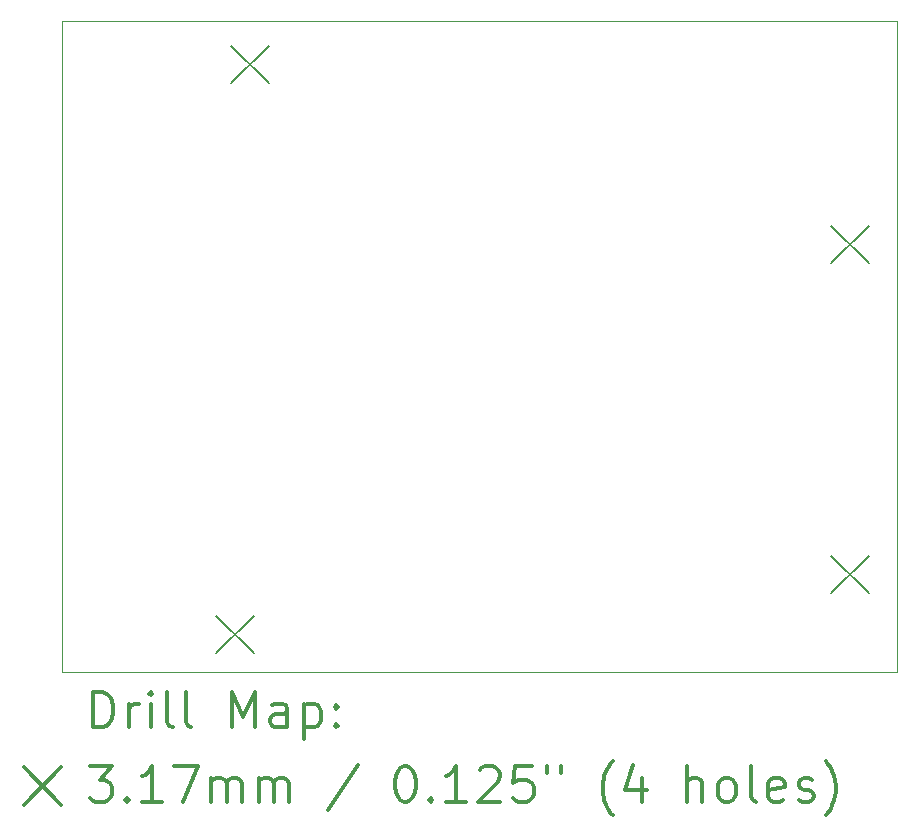
<source format=gbr>
%FSLAX45Y45*%
G04 Gerber Fmt 4.5, Leading zero omitted, Abs format (unit mm)*
G04 Created by KiCad (PCBNEW (2014-12-08 BZR 5317)-product) date mar. 23 déc. 2014 09:04:46 CET*
%MOMM*%
G01*
G04 APERTURE LIST*
%ADD10C,0.127000*%
%ADD11C,0.100000*%
%ADD12C,0.200000*%
%ADD13C,0.300000*%
G04 APERTURE END LIST*
D10*
D11*
X9544050Y-11277600D02*
X9544050Y-5765800D01*
X16617950Y-11277600D02*
X9544050Y-11277600D01*
X16617950Y-5765800D02*
X16617950Y-11277600D01*
X9544050Y-5765800D02*
X16617950Y-5765800D01*
X16601440Y-5765800D02*
X16602710Y-5765800D01*
D12*
X10852150Y-10801350D02*
X11169650Y-11118850D01*
X11169650Y-10801350D02*
X10852150Y-11118850D01*
X10979150Y-5975350D02*
X11296650Y-6292850D01*
X11296650Y-5975350D02*
X10979150Y-6292850D01*
X16059150Y-7499350D02*
X16376650Y-7816850D01*
X16376650Y-7499350D02*
X16059150Y-7816850D01*
X16059150Y-10293350D02*
X16376650Y-10610850D01*
X16376650Y-10293350D02*
X16059150Y-10610850D01*
D13*
X9810479Y-11748314D02*
X9810479Y-11448314D01*
X9881907Y-11448314D01*
X9924764Y-11462600D01*
X9953336Y-11491171D01*
X9967621Y-11519743D01*
X9981907Y-11576886D01*
X9981907Y-11619743D01*
X9967621Y-11676886D01*
X9953336Y-11705457D01*
X9924764Y-11734029D01*
X9881907Y-11748314D01*
X9810479Y-11748314D01*
X10110479Y-11748314D02*
X10110479Y-11548314D01*
X10110479Y-11605457D02*
X10124764Y-11576886D01*
X10139050Y-11562600D01*
X10167621Y-11548314D01*
X10196193Y-11548314D01*
X10296193Y-11748314D02*
X10296193Y-11548314D01*
X10296193Y-11448314D02*
X10281907Y-11462600D01*
X10296193Y-11476886D01*
X10310479Y-11462600D01*
X10296193Y-11448314D01*
X10296193Y-11476886D01*
X10481907Y-11748314D02*
X10453336Y-11734029D01*
X10439050Y-11705457D01*
X10439050Y-11448314D01*
X10639050Y-11748314D02*
X10610479Y-11734029D01*
X10596193Y-11705457D01*
X10596193Y-11448314D01*
X10981907Y-11748314D02*
X10981907Y-11448314D01*
X11081907Y-11662600D01*
X11181907Y-11448314D01*
X11181907Y-11748314D01*
X11453336Y-11748314D02*
X11453336Y-11591171D01*
X11439050Y-11562600D01*
X11410478Y-11548314D01*
X11353336Y-11548314D01*
X11324764Y-11562600D01*
X11453336Y-11734029D02*
X11424764Y-11748314D01*
X11353336Y-11748314D01*
X11324764Y-11734029D01*
X11310478Y-11705457D01*
X11310478Y-11676886D01*
X11324764Y-11648314D01*
X11353336Y-11634029D01*
X11424764Y-11634029D01*
X11453336Y-11619743D01*
X11596193Y-11548314D02*
X11596193Y-11848314D01*
X11596193Y-11562600D02*
X11624764Y-11548314D01*
X11681907Y-11548314D01*
X11710478Y-11562600D01*
X11724764Y-11576886D01*
X11739050Y-11605457D01*
X11739050Y-11691171D01*
X11724764Y-11719743D01*
X11710478Y-11734029D01*
X11681907Y-11748314D01*
X11624764Y-11748314D01*
X11596193Y-11734029D01*
X11867621Y-11719743D02*
X11881907Y-11734029D01*
X11867621Y-11748314D01*
X11853336Y-11734029D01*
X11867621Y-11719743D01*
X11867621Y-11748314D01*
X11867621Y-11562600D02*
X11881907Y-11576886D01*
X11867621Y-11591171D01*
X11853336Y-11576886D01*
X11867621Y-11562600D01*
X11867621Y-11591171D01*
X9221550Y-12083850D02*
X9539050Y-12401350D01*
X9539050Y-12083850D02*
X9221550Y-12401350D01*
X9781907Y-12078314D02*
X9967621Y-12078314D01*
X9867621Y-12192600D01*
X9910479Y-12192600D01*
X9939050Y-12206886D01*
X9953336Y-12221171D01*
X9967621Y-12249743D01*
X9967621Y-12321171D01*
X9953336Y-12349743D01*
X9939050Y-12364029D01*
X9910479Y-12378314D01*
X9824764Y-12378314D01*
X9796193Y-12364029D01*
X9781907Y-12349743D01*
X10096193Y-12349743D02*
X10110479Y-12364029D01*
X10096193Y-12378314D01*
X10081907Y-12364029D01*
X10096193Y-12349743D01*
X10096193Y-12378314D01*
X10396193Y-12378314D02*
X10224764Y-12378314D01*
X10310478Y-12378314D02*
X10310478Y-12078314D01*
X10281907Y-12121171D01*
X10253336Y-12149743D01*
X10224764Y-12164029D01*
X10496193Y-12078314D02*
X10696193Y-12078314D01*
X10567621Y-12378314D01*
X10810479Y-12378314D02*
X10810479Y-12178314D01*
X10810479Y-12206886D02*
X10824764Y-12192600D01*
X10853336Y-12178314D01*
X10896193Y-12178314D01*
X10924764Y-12192600D01*
X10939050Y-12221171D01*
X10939050Y-12378314D01*
X10939050Y-12221171D02*
X10953336Y-12192600D01*
X10981907Y-12178314D01*
X11024764Y-12178314D01*
X11053336Y-12192600D01*
X11067621Y-12221171D01*
X11067621Y-12378314D01*
X11210478Y-12378314D02*
X11210478Y-12178314D01*
X11210478Y-12206886D02*
X11224764Y-12192600D01*
X11253336Y-12178314D01*
X11296193Y-12178314D01*
X11324764Y-12192600D01*
X11339050Y-12221171D01*
X11339050Y-12378314D01*
X11339050Y-12221171D02*
X11353336Y-12192600D01*
X11381907Y-12178314D01*
X11424764Y-12178314D01*
X11453336Y-12192600D01*
X11467621Y-12221171D01*
X11467621Y-12378314D01*
X12053336Y-12064029D02*
X11796193Y-12449743D01*
X12439050Y-12078314D02*
X12467621Y-12078314D01*
X12496193Y-12092600D01*
X12510478Y-12106886D01*
X12524764Y-12135457D01*
X12539050Y-12192600D01*
X12539050Y-12264029D01*
X12524764Y-12321171D01*
X12510478Y-12349743D01*
X12496193Y-12364029D01*
X12467621Y-12378314D01*
X12439050Y-12378314D01*
X12410478Y-12364029D01*
X12396193Y-12349743D01*
X12381907Y-12321171D01*
X12367621Y-12264029D01*
X12367621Y-12192600D01*
X12381907Y-12135457D01*
X12396193Y-12106886D01*
X12410478Y-12092600D01*
X12439050Y-12078314D01*
X12667621Y-12349743D02*
X12681907Y-12364029D01*
X12667621Y-12378314D01*
X12653336Y-12364029D01*
X12667621Y-12349743D01*
X12667621Y-12378314D01*
X12967621Y-12378314D02*
X12796193Y-12378314D01*
X12881907Y-12378314D02*
X12881907Y-12078314D01*
X12853335Y-12121171D01*
X12824764Y-12149743D01*
X12796193Y-12164029D01*
X13081907Y-12106886D02*
X13096193Y-12092600D01*
X13124764Y-12078314D01*
X13196193Y-12078314D01*
X13224764Y-12092600D01*
X13239050Y-12106886D01*
X13253335Y-12135457D01*
X13253335Y-12164029D01*
X13239050Y-12206886D01*
X13067621Y-12378314D01*
X13253335Y-12378314D01*
X13524764Y-12078314D02*
X13381907Y-12078314D01*
X13367621Y-12221171D01*
X13381907Y-12206886D01*
X13410478Y-12192600D01*
X13481907Y-12192600D01*
X13510478Y-12206886D01*
X13524764Y-12221171D01*
X13539050Y-12249743D01*
X13539050Y-12321171D01*
X13524764Y-12349743D01*
X13510478Y-12364029D01*
X13481907Y-12378314D01*
X13410478Y-12378314D01*
X13381907Y-12364029D01*
X13367621Y-12349743D01*
X13653336Y-12078314D02*
X13653336Y-12135457D01*
X13767621Y-12078314D02*
X13767621Y-12135457D01*
X14210478Y-12492600D02*
X14196193Y-12478314D01*
X14167621Y-12435457D01*
X14153335Y-12406886D01*
X14139050Y-12364029D01*
X14124764Y-12292600D01*
X14124764Y-12235457D01*
X14139050Y-12164029D01*
X14153335Y-12121171D01*
X14167621Y-12092600D01*
X14196193Y-12049743D01*
X14210478Y-12035457D01*
X14453335Y-12178314D02*
X14453335Y-12378314D01*
X14381907Y-12064029D02*
X14310478Y-12278314D01*
X14496193Y-12278314D01*
X14839050Y-12378314D02*
X14839050Y-12078314D01*
X14967621Y-12378314D02*
X14967621Y-12221171D01*
X14953335Y-12192600D01*
X14924764Y-12178314D01*
X14881907Y-12178314D01*
X14853335Y-12192600D01*
X14839050Y-12206886D01*
X15153335Y-12378314D02*
X15124764Y-12364029D01*
X15110478Y-12349743D01*
X15096193Y-12321171D01*
X15096193Y-12235457D01*
X15110478Y-12206886D01*
X15124764Y-12192600D01*
X15153335Y-12178314D01*
X15196193Y-12178314D01*
X15224764Y-12192600D01*
X15239050Y-12206886D01*
X15253335Y-12235457D01*
X15253335Y-12321171D01*
X15239050Y-12349743D01*
X15224764Y-12364029D01*
X15196193Y-12378314D01*
X15153335Y-12378314D01*
X15424764Y-12378314D02*
X15396193Y-12364029D01*
X15381907Y-12335457D01*
X15381907Y-12078314D01*
X15653336Y-12364029D02*
X15624764Y-12378314D01*
X15567621Y-12378314D01*
X15539050Y-12364029D01*
X15524764Y-12335457D01*
X15524764Y-12221171D01*
X15539050Y-12192600D01*
X15567621Y-12178314D01*
X15624764Y-12178314D01*
X15653336Y-12192600D01*
X15667621Y-12221171D01*
X15667621Y-12249743D01*
X15524764Y-12278314D01*
X15781907Y-12364029D02*
X15810478Y-12378314D01*
X15867621Y-12378314D01*
X15896193Y-12364029D01*
X15910478Y-12335457D01*
X15910478Y-12321171D01*
X15896193Y-12292600D01*
X15867621Y-12278314D01*
X15824764Y-12278314D01*
X15796193Y-12264029D01*
X15781907Y-12235457D01*
X15781907Y-12221171D01*
X15796193Y-12192600D01*
X15824764Y-12178314D01*
X15867621Y-12178314D01*
X15896193Y-12192600D01*
X16010478Y-12492600D02*
X16024764Y-12478314D01*
X16053336Y-12435457D01*
X16067621Y-12406886D01*
X16081907Y-12364029D01*
X16096193Y-12292600D01*
X16096193Y-12235457D01*
X16081907Y-12164029D01*
X16067621Y-12121171D01*
X16053336Y-12092600D01*
X16024764Y-12049743D01*
X16010478Y-12035457D01*
M02*

</source>
